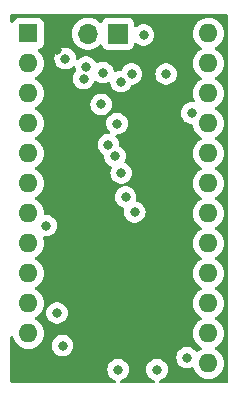
<source format=gbr>
%TF.GenerationSoftware,KiCad,Pcbnew,7.0.8-7.0.8~ubuntu23.04.1*%
%TF.CreationDate,2023-10-18T20:22:37+02:00*%
%TF.ProjectId,eprom_replacer2,6570726f-6d5f-4726-9570-6c6163657232,1.01*%
%TF.SameCoordinates,Original*%
%TF.FileFunction,Copper,L3,Inr*%
%TF.FilePolarity,Positive*%
%FSLAX46Y46*%
G04 Gerber Fmt 4.6, Leading zero omitted, Abs format (unit mm)*
G04 Created by KiCad (PCBNEW 7.0.8-7.0.8~ubuntu23.04.1) date 2023-10-18 20:22:37*
%MOMM*%
%LPD*%
G01*
G04 APERTURE LIST*
%TA.AperFunction,ComponentPad*%
%ADD10R,1.700000X1.700000*%
%TD*%
%TA.AperFunction,ComponentPad*%
%ADD11O,1.700000X1.700000*%
%TD*%
%TA.AperFunction,ComponentPad*%
%ADD12R,1.600000X1.600000*%
%TD*%
%TA.AperFunction,ComponentPad*%
%ADD13O,1.600000X1.600000*%
%TD*%
%TA.AperFunction,ViaPad*%
%ADD14C,0.800000*%
%TD*%
G04 APERTURE END LIST*
D10*
%TO.N,/~{WE}*%
%TO.C,J3*%
X108432600Y-79781400D03*
D11*
%TO.N,/PIN18*%
X105892600Y-79781400D03*
%TD*%
D12*
%TO.N,/A7*%
%TO.C,J2*%
X100838000Y-79756000D03*
D13*
%TO.N,/A6*%
X100838000Y-82296000D03*
%TO.N,/A5*%
X100838000Y-84836000D03*
%TO.N,/A4*%
X100838000Y-87376000D03*
%TO.N,/A3*%
X100838000Y-89916000D03*
%TO.N,/A2*%
X100838000Y-92456000D03*
%TO.N,/A1*%
X100838000Y-94996000D03*
%TO.N,/A0*%
X100838000Y-97536000D03*
%TO.N,/D0*%
X100838000Y-100076000D03*
%TO.N,/D1*%
X100838000Y-102616000D03*
%TO.N,/D2*%
X100838000Y-105156000D03*
%TO.N,GND*%
X100838000Y-107696000D03*
%TO.N,/D3*%
X116078000Y-107696000D03*
%TO.N,/D4*%
X116078000Y-105156000D03*
%TO.N,/D5*%
X116078000Y-102616000D03*
%TO.N,/D6*%
X116078000Y-100076000D03*
%TO.N,/D7*%
X116078000Y-97536000D03*
%TO.N,/PIN18*%
X116078000Y-94996000D03*
%TO.N,/PIN19*%
X116078000Y-92456000D03*
%TO.N,/PIN20*%
X116078000Y-89916000D03*
%TO.N,/PIN21*%
X116078000Y-87376000D03*
%TO.N,/A9*%
X116078000Y-84836000D03*
%TO.N,/A8*%
X116078000Y-82296000D03*
%TO.N,/A13*%
X116078000Y-79756000D03*
%TD*%
D14*
%TO.N,GND*%
X102975899Y-104669101D03*
X103225600Y-81187688D03*
X113922419Y-103286900D03*
%TO.N,/PIN18*%
X112496600Y-83210400D03*
%TO.N,/PIN19*%
X114657234Y-86510972D03*
%TO.N,/A9*%
X108170601Y-90158221D03*
X107162600Y-83081846D03*
%TO.N,/A8*%
X105719825Y-82613827D03*
X107611500Y-89184320D03*
%TO.N,+5V*%
X103950100Y-81893063D03*
X111729301Y-108229400D03*
X114274600Y-107213400D03*
X103733600Y-106197400D03*
X103256137Y-103445269D03*
X110591600Y-79908400D03*
%TO.N,/A10*%
X109840737Y-94883263D03*
X107006335Y-85770376D03*
X109575600Y-83210400D03*
%TO.N,/~{OE}*%
X109064680Y-93610122D03*
%TO.N,/~{WE}*%
X108336601Y-87401400D03*
%TO.N,/A12*%
X108432600Y-108229400D03*
%TO.N,/A11*%
X108691934Y-91587066D03*
X105511600Y-83591400D03*
X108684797Y-83843597D03*
%TO.N,/~{CE}*%
X102336600Y-96037400D03*
%TD*%
%TA.AperFunction,Conductor*%
%TO.N,GND*%
G36*
X117670621Y-78125502D02*
G01*
X117717114Y-78179158D01*
X117728500Y-78231500D01*
X117728500Y-109220500D01*
X117708498Y-109288621D01*
X117654842Y-109335114D01*
X117602500Y-109346500D01*
X112042213Y-109346500D01*
X111974092Y-109326498D01*
X111927599Y-109272842D01*
X111917495Y-109202568D01*
X111946989Y-109137988D01*
X112005382Y-109100460D01*
X112005309Y-109100235D01*
X112006166Y-109099956D01*
X112006715Y-109099604D01*
X112009129Y-109098993D01*
X112011584Y-109098196D01*
X112011588Y-109098194D01*
X112011589Y-109098194D01*
X112186053Y-109020518D01*
X112340554Y-108908266D01*
X112468341Y-108766344D01*
X112563828Y-108600956D01*
X112622843Y-108419328D01*
X112642805Y-108229400D01*
X112622843Y-108039472D01*
X112563828Y-107857844D01*
X112468341Y-107692456D01*
X112468339Y-107692454D01*
X112468335Y-107692448D01*
X112340556Y-107550535D01*
X112186053Y-107438282D01*
X112011589Y-107360606D01*
X111824788Y-107320900D01*
X111633814Y-107320900D01*
X111447012Y-107360606D01*
X111272548Y-107438282D01*
X111118045Y-107550535D01*
X110990266Y-107692448D01*
X110990259Y-107692458D01*
X110894777Y-107857838D01*
X110894774Y-107857845D01*
X110835758Y-108039472D01*
X110815797Y-108229400D01*
X110835758Y-108419327D01*
X110865827Y-108511870D01*
X110894774Y-108600956D01*
X110894777Y-108600961D01*
X110990259Y-108766341D01*
X110990266Y-108766351D01*
X111118045Y-108908264D01*
X111118048Y-108908266D01*
X111272549Y-109020518D01*
X111397622Y-109076203D01*
X111447017Y-109098196D01*
X111453293Y-109100235D01*
X111452519Y-109102614D01*
X111505063Y-109130985D01*
X111539382Y-109193136D01*
X111534651Y-109263975D01*
X111492373Y-109321011D01*
X111425971Y-109346135D01*
X111416389Y-109346500D01*
X108745512Y-109346500D01*
X108677391Y-109326498D01*
X108630898Y-109272842D01*
X108620794Y-109202568D01*
X108650288Y-109137988D01*
X108708681Y-109100460D01*
X108708608Y-109100235D01*
X108709465Y-109099956D01*
X108710014Y-109099604D01*
X108712428Y-109098993D01*
X108714883Y-109098196D01*
X108714887Y-109098194D01*
X108714888Y-109098194D01*
X108889352Y-109020518D01*
X109043853Y-108908266D01*
X109171640Y-108766344D01*
X109267127Y-108600956D01*
X109326142Y-108419328D01*
X109346104Y-108229400D01*
X109326142Y-108039472D01*
X109267127Y-107857844D01*
X109171640Y-107692456D01*
X109171638Y-107692454D01*
X109171634Y-107692448D01*
X109043855Y-107550535D01*
X108889352Y-107438282D01*
X108714888Y-107360606D01*
X108528087Y-107320900D01*
X108337113Y-107320900D01*
X108150311Y-107360606D01*
X107975847Y-107438282D01*
X107821344Y-107550535D01*
X107693565Y-107692448D01*
X107693558Y-107692458D01*
X107598076Y-107857838D01*
X107598073Y-107857845D01*
X107539057Y-108039472D01*
X107519096Y-108229400D01*
X107539057Y-108419327D01*
X107569126Y-108511870D01*
X107598073Y-108600956D01*
X107598076Y-108600961D01*
X107693558Y-108766341D01*
X107693565Y-108766351D01*
X107821344Y-108908264D01*
X107821347Y-108908266D01*
X107975848Y-109020518D01*
X108100921Y-109076203D01*
X108150316Y-109098196D01*
X108156592Y-109100235D01*
X108155818Y-109102614D01*
X108208362Y-109130985D01*
X108242681Y-109193136D01*
X108237950Y-109263975D01*
X108195672Y-109321011D01*
X108129270Y-109346135D01*
X108119688Y-109346500D01*
X99440500Y-109346500D01*
X99372379Y-109326498D01*
X99325886Y-109272842D01*
X99314500Y-109220500D01*
X99314500Y-107213400D01*
X113361096Y-107213400D01*
X113381057Y-107403327D01*
X113392415Y-107438282D01*
X113440073Y-107584956D01*
X113440076Y-107584961D01*
X113535558Y-107750341D01*
X113535565Y-107750351D01*
X113663344Y-107892264D01*
X113663347Y-107892266D01*
X113817848Y-108004518D01*
X113992312Y-108082194D01*
X114179113Y-108121900D01*
X114370087Y-108121900D01*
X114556888Y-108082194D01*
X114663279Y-108034825D01*
X114733645Y-108025392D01*
X114797942Y-108055498D01*
X114835756Y-108115587D01*
X114836233Y-108117319D01*
X114843714Y-108145237D01*
X114843717Y-108145246D01*
X114940477Y-108352749D01*
X114987095Y-108419327D01*
X115071802Y-108540300D01*
X115233700Y-108702198D01*
X115421251Y-108833523D01*
X115628757Y-108930284D01*
X115849913Y-108989543D01*
X116078000Y-109009498D01*
X116306087Y-108989543D01*
X116527243Y-108930284D01*
X116734749Y-108833523D01*
X116922300Y-108702198D01*
X117084198Y-108540300D01*
X117215523Y-108352749D01*
X117312284Y-108145243D01*
X117371543Y-107924087D01*
X117391498Y-107696000D01*
X117371543Y-107467913D01*
X117312284Y-107246757D01*
X117215523Y-107039251D01*
X117084198Y-106851700D01*
X116922300Y-106689802D01*
X116734749Y-106558477D01*
X116695543Y-106540195D01*
X116642258Y-106493279D01*
X116622796Y-106425002D01*
X116643337Y-106357042D01*
X116695543Y-106311805D01*
X116697997Y-106310660D01*
X116734749Y-106293523D01*
X116922300Y-106162198D01*
X117084198Y-106000300D01*
X117215523Y-105812749D01*
X117312284Y-105605243D01*
X117371543Y-105384087D01*
X117391498Y-105156000D01*
X117371543Y-104927913D01*
X117312284Y-104706757D01*
X117215523Y-104499251D01*
X117084198Y-104311700D01*
X116922300Y-104149802D01*
X116734749Y-104018477D01*
X116695543Y-104000195D01*
X116642258Y-103953279D01*
X116622796Y-103885002D01*
X116643337Y-103817042D01*
X116695543Y-103771805D01*
X116697997Y-103770660D01*
X116734749Y-103753523D01*
X116922300Y-103622198D01*
X117084198Y-103460300D01*
X117215523Y-103272749D01*
X117312284Y-103065243D01*
X117371543Y-102844087D01*
X117391498Y-102616000D01*
X117371543Y-102387913D01*
X117312284Y-102166757D01*
X117215523Y-101959251D01*
X117084198Y-101771700D01*
X116922300Y-101609802D01*
X116734749Y-101478477D01*
X116695543Y-101460195D01*
X116642258Y-101413279D01*
X116622796Y-101345002D01*
X116643337Y-101277042D01*
X116695543Y-101231805D01*
X116697997Y-101230660D01*
X116734749Y-101213523D01*
X116922300Y-101082198D01*
X117084198Y-100920300D01*
X117215523Y-100732749D01*
X117312284Y-100525243D01*
X117371543Y-100304087D01*
X117391498Y-100076000D01*
X117371543Y-99847913D01*
X117312284Y-99626757D01*
X117215523Y-99419251D01*
X117084198Y-99231700D01*
X116922300Y-99069802D01*
X116734749Y-98938477D01*
X116695543Y-98920195D01*
X116642258Y-98873279D01*
X116622796Y-98805002D01*
X116643337Y-98737042D01*
X116695543Y-98691805D01*
X116697997Y-98690660D01*
X116734749Y-98673523D01*
X116922300Y-98542198D01*
X117084198Y-98380300D01*
X117215523Y-98192749D01*
X117312284Y-97985243D01*
X117371543Y-97764087D01*
X117391498Y-97536000D01*
X117371543Y-97307913D01*
X117312284Y-97086757D01*
X117215523Y-96879251D01*
X117084198Y-96691700D01*
X116922300Y-96529802D01*
X116734749Y-96398477D01*
X116695543Y-96380195D01*
X116642258Y-96333279D01*
X116622796Y-96265002D01*
X116643337Y-96197042D01*
X116695543Y-96151805D01*
X116697997Y-96150660D01*
X116734749Y-96133523D01*
X116922300Y-96002198D01*
X117084198Y-95840300D01*
X117215523Y-95652749D01*
X117312284Y-95445243D01*
X117371543Y-95224087D01*
X117391498Y-94996000D01*
X117371543Y-94767913D01*
X117312284Y-94546757D01*
X117215523Y-94339251D01*
X117084198Y-94151700D01*
X116922300Y-93989802D01*
X116734749Y-93858477D01*
X116695543Y-93840195D01*
X116642258Y-93793279D01*
X116622796Y-93725002D01*
X116643337Y-93657042D01*
X116695543Y-93611805D01*
X116699152Y-93610122D01*
X116734749Y-93593523D01*
X116922300Y-93462198D01*
X117084198Y-93300300D01*
X117215523Y-93112749D01*
X117312284Y-92905243D01*
X117371543Y-92684087D01*
X117391498Y-92456000D01*
X117371543Y-92227913D01*
X117312284Y-92006757D01*
X117215523Y-91799251D01*
X117084198Y-91611700D01*
X116922300Y-91449802D01*
X116734749Y-91318477D01*
X116695543Y-91300195D01*
X116642258Y-91253279D01*
X116622796Y-91185002D01*
X116643337Y-91117042D01*
X116695543Y-91071805D01*
X116697997Y-91070660D01*
X116734749Y-91053523D01*
X116922300Y-90922198D01*
X117084198Y-90760300D01*
X117215523Y-90572749D01*
X117312284Y-90365243D01*
X117371543Y-90144087D01*
X117391498Y-89916000D01*
X117371543Y-89687913D01*
X117312284Y-89466757D01*
X117215523Y-89259251D01*
X117084198Y-89071700D01*
X116922300Y-88909802D01*
X116734749Y-88778477D01*
X116695543Y-88760195D01*
X116642258Y-88713279D01*
X116622796Y-88645002D01*
X116643337Y-88577042D01*
X116695543Y-88531805D01*
X116697997Y-88530660D01*
X116734749Y-88513523D01*
X116922300Y-88382198D01*
X117084198Y-88220300D01*
X117215523Y-88032749D01*
X117312284Y-87825243D01*
X117371543Y-87604087D01*
X117391498Y-87376000D01*
X117371543Y-87147913D01*
X117312284Y-86926757D01*
X117215523Y-86719251D01*
X117084198Y-86531700D01*
X116922300Y-86369802D01*
X116734749Y-86238477D01*
X116695543Y-86220195D01*
X116642258Y-86173279D01*
X116622796Y-86105002D01*
X116643337Y-86037042D01*
X116695543Y-85991805D01*
X116697997Y-85990660D01*
X116734749Y-85973523D01*
X116922300Y-85842198D01*
X117084198Y-85680300D01*
X117215523Y-85492749D01*
X117312284Y-85285243D01*
X117371543Y-85064087D01*
X117391498Y-84836000D01*
X117371543Y-84607913D01*
X117312284Y-84386757D01*
X117215523Y-84179251D01*
X117084198Y-83991700D01*
X116922300Y-83829802D01*
X116734749Y-83698477D01*
X116695543Y-83680195D01*
X116642258Y-83633279D01*
X116622796Y-83565002D01*
X116643337Y-83497042D01*
X116695543Y-83451805D01*
X116697997Y-83450660D01*
X116734749Y-83433523D01*
X116922300Y-83302198D01*
X117084198Y-83140300D01*
X117215523Y-82952749D01*
X117312284Y-82745243D01*
X117371543Y-82524087D01*
X117391498Y-82296000D01*
X117371543Y-82067913D01*
X117312284Y-81846757D01*
X117215523Y-81639251D01*
X117084198Y-81451700D01*
X116922300Y-81289802D01*
X116922291Y-81289796D01*
X116816086Y-81215430D01*
X116734749Y-81158477D01*
X116695543Y-81140195D01*
X116642258Y-81093279D01*
X116622796Y-81025002D01*
X116643337Y-80957042D01*
X116695543Y-80911805D01*
X116697997Y-80910660D01*
X116734749Y-80893523D01*
X116922300Y-80762198D01*
X117084198Y-80600300D01*
X117215523Y-80412749D01*
X117312284Y-80205243D01*
X117371543Y-79984087D01*
X117391498Y-79756000D01*
X117371543Y-79527913D01*
X117312284Y-79306757D01*
X117215523Y-79099251D01*
X117084198Y-78911700D01*
X116922300Y-78749802D01*
X116911617Y-78742322D01*
X116734749Y-78618477D01*
X116527246Y-78521717D01*
X116527240Y-78521715D01*
X116433771Y-78496670D01*
X116306087Y-78462457D01*
X116078000Y-78442502D01*
X115849913Y-78462457D01*
X115628759Y-78521715D01*
X115628753Y-78521717D01*
X115421250Y-78618477D01*
X115233703Y-78749799D01*
X115233697Y-78749804D01*
X115071804Y-78911697D01*
X115071799Y-78911703D01*
X114940477Y-79099250D01*
X114843717Y-79306753D01*
X114843715Y-79306759D01*
X114826382Y-79371448D01*
X114784457Y-79527913D01*
X114764502Y-79756000D01*
X114784457Y-79984087D01*
X114815068Y-80098327D01*
X114843715Y-80205240D01*
X114843717Y-80205246D01*
X114852470Y-80224016D01*
X114940477Y-80412749D01*
X115071802Y-80600300D01*
X115233700Y-80762198D01*
X115421251Y-80893523D01*
X115456359Y-80909894D01*
X115460457Y-80911805D01*
X115513742Y-80958722D01*
X115533203Y-81026999D01*
X115512661Y-81094959D01*
X115460457Y-81140195D01*
X115421250Y-81158477D01*
X115233703Y-81289799D01*
X115233697Y-81289804D01*
X115071804Y-81451697D01*
X115071799Y-81451703D01*
X114940477Y-81639250D01*
X114843717Y-81846753D01*
X114843715Y-81846759D01*
X114792021Y-82039684D01*
X114784457Y-82067913D01*
X114764502Y-82296000D01*
X114784457Y-82524087D01*
X114797276Y-82571927D01*
X114843715Y-82745240D01*
X114843717Y-82745246D01*
X114912111Y-82891918D01*
X114940477Y-82952749D01*
X115071802Y-83140300D01*
X115233700Y-83302198D01*
X115421251Y-83433523D01*
X115456359Y-83449894D01*
X115460457Y-83451805D01*
X115513742Y-83498722D01*
X115533203Y-83566999D01*
X115512661Y-83634959D01*
X115460457Y-83680195D01*
X115421250Y-83698477D01*
X115233703Y-83829799D01*
X115233697Y-83829804D01*
X115071804Y-83991697D01*
X115071799Y-83991703D01*
X114940477Y-84179250D01*
X114843717Y-84386753D01*
X114843715Y-84386759D01*
X114792021Y-84579684D01*
X114784457Y-84607913D01*
X114764502Y-84836000D01*
X114784457Y-85064087D01*
X114801433Y-85127441D01*
X114843715Y-85285240D01*
X114843717Y-85285246D01*
X114911125Y-85429803D01*
X114921786Y-85499995D01*
X114892806Y-85564808D01*
X114833386Y-85603664D01*
X114770735Y-85606300D01*
X114752724Y-85602472D01*
X114752721Y-85602472D01*
X114561747Y-85602472D01*
X114374945Y-85642178D01*
X114200481Y-85719854D01*
X114045978Y-85832107D01*
X113918199Y-85974020D01*
X113918192Y-85974030D01*
X113822710Y-86139410D01*
X113822707Y-86139416D01*
X113821888Y-86141937D01*
X113763691Y-86321044D01*
X113743730Y-86510972D01*
X113763691Y-86700899D01*
X113793760Y-86793442D01*
X113822707Y-86882528D01*
X113822710Y-86882533D01*
X113918192Y-87047913D01*
X113918199Y-87047923D01*
X114045978Y-87189836D01*
X114107233Y-87234340D01*
X114200482Y-87302090D01*
X114374946Y-87379766D01*
X114561747Y-87419472D01*
X114652848Y-87419472D01*
X114720969Y-87439474D01*
X114767462Y-87493130D01*
X114778367Y-87534484D01*
X114784457Y-87604087D01*
X114801433Y-87667441D01*
X114843715Y-87825240D01*
X114843717Y-87825246D01*
X114896459Y-87938351D01*
X114940477Y-88032749D01*
X115071802Y-88220300D01*
X115233700Y-88382198D01*
X115421251Y-88513523D01*
X115456359Y-88529894D01*
X115460457Y-88531805D01*
X115513742Y-88578722D01*
X115533203Y-88646999D01*
X115512661Y-88714959D01*
X115460457Y-88760195D01*
X115421250Y-88778477D01*
X115233703Y-88909799D01*
X115233697Y-88909804D01*
X115071804Y-89071697D01*
X115071799Y-89071703D01*
X114940477Y-89259250D01*
X114843717Y-89466753D01*
X114843715Y-89466759D01*
X114792021Y-89659684D01*
X114784457Y-89687913D01*
X114764502Y-89916000D01*
X114784457Y-90144087D01*
X114801433Y-90207441D01*
X114843715Y-90365240D01*
X114843717Y-90365246D01*
X114940477Y-90572749D01*
X115062901Y-90747589D01*
X115071802Y-90760300D01*
X115233700Y-90922198D01*
X115421251Y-91053523D01*
X115456359Y-91069894D01*
X115460457Y-91071805D01*
X115513742Y-91118722D01*
X115533203Y-91186999D01*
X115512661Y-91254959D01*
X115460457Y-91300195D01*
X115421250Y-91318477D01*
X115233703Y-91449799D01*
X115233697Y-91449804D01*
X115071804Y-91611697D01*
X115071799Y-91611703D01*
X114940477Y-91799250D01*
X114843717Y-92006753D01*
X114843715Y-92006759D01*
X114792021Y-92199684D01*
X114784457Y-92227913D01*
X114764502Y-92456000D01*
X114784457Y-92684087D01*
X114843716Y-92905243D01*
X114940477Y-93112749D01*
X115071802Y-93300300D01*
X115233700Y-93462198D01*
X115421251Y-93593523D01*
X115456359Y-93609894D01*
X115460457Y-93611805D01*
X115513742Y-93658722D01*
X115533203Y-93726999D01*
X115512661Y-93794959D01*
X115460457Y-93840195D01*
X115421250Y-93858477D01*
X115233703Y-93989799D01*
X115233697Y-93989804D01*
X115071804Y-94151697D01*
X115071799Y-94151703D01*
X114940477Y-94339250D01*
X114843717Y-94546753D01*
X114843715Y-94546759D01*
X114792021Y-94739684D01*
X114784457Y-94767913D01*
X114764502Y-94996000D01*
X114784457Y-95224087D01*
X114792692Y-95254819D01*
X114843715Y-95445240D01*
X114843717Y-95445246D01*
X114898220Y-95562129D01*
X114940477Y-95652749D01*
X115071802Y-95840300D01*
X115233700Y-96002198D01*
X115421251Y-96133523D01*
X115456359Y-96149894D01*
X115460457Y-96151805D01*
X115513742Y-96198722D01*
X115533203Y-96266999D01*
X115512661Y-96334959D01*
X115460457Y-96380195D01*
X115421250Y-96398477D01*
X115233703Y-96529799D01*
X115233697Y-96529804D01*
X115071804Y-96691697D01*
X115071799Y-96691703D01*
X114940477Y-96879250D01*
X114843717Y-97086753D01*
X114843715Y-97086759D01*
X114792021Y-97279684D01*
X114784457Y-97307913D01*
X114764502Y-97536000D01*
X114784457Y-97764087D01*
X114843716Y-97985243D01*
X114940477Y-98192749D01*
X115071802Y-98380300D01*
X115233700Y-98542198D01*
X115421251Y-98673523D01*
X115456359Y-98689894D01*
X115460457Y-98691805D01*
X115513742Y-98738722D01*
X115533203Y-98806999D01*
X115512661Y-98874959D01*
X115460457Y-98920195D01*
X115421250Y-98938477D01*
X115233703Y-99069799D01*
X115233697Y-99069804D01*
X115071804Y-99231697D01*
X115071799Y-99231703D01*
X114940477Y-99419250D01*
X114843717Y-99626753D01*
X114843715Y-99626759D01*
X114792021Y-99819684D01*
X114784457Y-99847913D01*
X114764502Y-100076000D01*
X114784457Y-100304087D01*
X114843716Y-100525243D01*
X114940477Y-100732749D01*
X115071802Y-100920300D01*
X115233700Y-101082198D01*
X115421251Y-101213523D01*
X115456359Y-101229894D01*
X115460457Y-101231805D01*
X115513742Y-101278722D01*
X115533203Y-101346999D01*
X115512661Y-101414959D01*
X115460457Y-101460195D01*
X115421250Y-101478477D01*
X115233703Y-101609799D01*
X115233697Y-101609804D01*
X115071804Y-101771697D01*
X115071799Y-101771703D01*
X114940477Y-101959250D01*
X114843717Y-102166753D01*
X114843715Y-102166759D01*
X114792021Y-102359684D01*
X114784457Y-102387913D01*
X114764502Y-102616000D01*
X114784457Y-102844087D01*
X114801433Y-102907441D01*
X114843715Y-103065240D01*
X114843717Y-103065246D01*
X114847666Y-103073714D01*
X114940477Y-103272749D01*
X115071802Y-103460300D01*
X115233700Y-103622198D01*
X115421251Y-103753523D01*
X115456359Y-103769894D01*
X115460457Y-103771805D01*
X115513742Y-103818722D01*
X115533203Y-103886999D01*
X115512661Y-103954959D01*
X115460457Y-104000195D01*
X115421250Y-104018477D01*
X115233703Y-104149799D01*
X115233697Y-104149804D01*
X115071804Y-104311697D01*
X115071799Y-104311703D01*
X114940477Y-104499250D01*
X114843717Y-104706753D01*
X114843715Y-104706759D01*
X114792021Y-104899684D01*
X114784457Y-104927913D01*
X114764502Y-105156000D01*
X114784457Y-105384087D01*
X114843716Y-105605243D01*
X114940477Y-105812749D01*
X115071802Y-106000300D01*
X115233700Y-106162198D01*
X115421251Y-106293523D01*
X115456359Y-106309894D01*
X115460457Y-106311805D01*
X115513742Y-106358722D01*
X115533203Y-106426999D01*
X115512661Y-106494959D01*
X115460457Y-106540195D01*
X115421250Y-106558477D01*
X115233699Y-106689801D01*
X115215181Y-106708319D01*
X115152868Y-106742343D01*
X115082053Y-106737277D01*
X115025218Y-106694729D01*
X115016969Y-106682222D01*
X115013640Y-106676456D01*
X115013639Y-106676455D01*
X115013638Y-106676453D01*
X114885855Y-106534535D01*
X114731352Y-106422282D01*
X114556888Y-106344606D01*
X114370087Y-106304900D01*
X114179113Y-106304900D01*
X113992311Y-106344606D01*
X113817847Y-106422282D01*
X113663344Y-106534535D01*
X113535565Y-106676448D01*
X113535558Y-106676458D01*
X113440076Y-106841838D01*
X113440073Y-106841845D01*
X113381057Y-107023472D01*
X113361096Y-107213400D01*
X99314500Y-107213400D01*
X99314500Y-105482939D01*
X99334502Y-105414818D01*
X99388158Y-105368325D01*
X99458432Y-105358221D01*
X99523012Y-105387715D01*
X99561396Y-105447441D01*
X99562192Y-105450277D01*
X99603716Y-105605243D01*
X99700477Y-105812749D01*
X99831802Y-106000300D01*
X99993700Y-106162198D01*
X100181251Y-106293523D01*
X100388757Y-106390284D01*
X100609913Y-106449543D01*
X100838000Y-106469498D01*
X101066087Y-106449543D01*
X101287243Y-106390284D01*
X101494749Y-106293523D01*
X101632026Y-106197400D01*
X102820096Y-106197400D01*
X102840057Y-106387327D01*
X102866757Y-106469498D01*
X102899073Y-106568956D01*
X102899076Y-106568961D01*
X102994558Y-106734341D01*
X102994565Y-106734351D01*
X103122344Y-106876264D01*
X103122347Y-106876266D01*
X103276848Y-106988518D01*
X103451312Y-107066194D01*
X103638113Y-107105900D01*
X103829087Y-107105900D01*
X104015888Y-107066194D01*
X104190352Y-106988518D01*
X104344853Y-106876266D01*
X104366970Y-106851703D01*
X104472634Y-106734351D01*
X104472635Y-106734349D01*
X104472640Y-106734344D01*
X104568127Y-106568956D01*
X104627142Y-106387328D01*
X104647104Y-106197400D01*
X104627142Y-106007472D01*
X104568127Y-105825844D01*
X104472640Y-105660456D01*
X104472638Y-105660454D01*
X104472634Y-105660448D01*
X104344855Y-105518535D01*
X104190352Y-105406282D01*
X104015888Y-105328606D01*
X103829087Y-105288900D01*
X103638113Y-105288900D01*
X103451311Y-105328606D01*
X103276847Y-105406282D01*
X103122344Y-105518535D01*
X102994565Y-105660448D01*
X102994558Y-105660458D01*
X102899076Y-105825838D01*
X102899073Y-105825845D01*
X102840057Y-106007472D01*
X102820096Y-106197400D01*
X101632026Y-106197400D01*
X101682300Y-106162198D01*
X101844198Y-106000300D01*
X101975523Y-105812749D01*
X102072284Y-105605243D01*
X102131543Y-105384087D01*
X102151498Y-105156000D01*
X102131543Y-104927913D01*
X102072284Y-104706757D01*
X101975523Y-104499251D01*
X101844198Y-104311700D01*
X101682300Y-104149802D01*
X101494749Y-104018477D01*
X101455543Y-104000195D01*
X101402258Y-103953279D01*
X101382796Y-103885002D01*
X101403337Y-103817042D01*
X101455543Y-103771805D01*
X101457997Y-103770660D01*
X101494749Y-103753523D01*
X101682300Y-103622198D01*
X101844198Y-103460300D01*
X101854723Y-103445269D01*
X102342633Y-103445269D01*
X102362594Y-103635196D01*
X102392663Y-103727739D01*
X102421610Y-103816825D01*
X102421613Y-103816830D01*
X102517095Y-103982210D01*
X102517102Y-103982220D01*
X102644881Y-104124133D01*
X102644884Y-104124135D01*
X102799385Y-104236387D01*
X102973849Y-104314063D01*
X103160650Y-104353769D01*
X103351624Y-104353769D01*
X103538425Y-104314063D01*
X103712889Y-104236387D01*
X103867390Y-104124135D01*
X103995177Y-103982213D01*
X104090664Y-103816825D01*
X104149679Y-103635197D01*
X104169641Y-103445269D01*
X104149679Y-103255341D01*
X104090664Y-103073713D01*
X103995177Y-102908325D01*
X103995175Y-102908323D01*
X103995171Y-102908317D01*
X103867392Y-102766404D01*
X103712889Y-102654151D01*
X103538425Y-102576475D01*
X103351624Y-102536769D01*
X103160650Y-102536769D01*
X102973848Y-102576475D01*
X102799384Y-102654151D01*
X102644881Y-102766404D01*
X102517102Y-102908317D01*
X102517095Y-102908327D01*
X102421613Y-103073707D01*
X102421610Y-103073714D01*
X102362594Y-103255341D01*
X102342633Y-103445269D01*
X101854723Y-103445269D01*
X101975523Y-103272749D01*
X102072284Y-103065243D01*
X102131543Y-102844087D01*
X102151498Y-102616000D01*
X102131543Y-102387913D01*
X102072284Y-102166757D01*
X101975523Y-101959251D01*
X101844198Y-101771700D01*
X101682300Y-101609802D01*
X101494749Y-101478477D01*
X101455543Y-101460195D01*
X101402258Y-101413279D01*
X101382796Y-101345002D01*
X101403337Y-101277042D01*
X101455543Y-101231805D01*
X101457997Y-101230660D01*
X101494749Y-101213523D01*
X101682300Y-101082198D01*
X101844198Y-100920300D01*
X101975523Y-100732749D01*
X102072284Y-100525243D01*
X102131543Y-100304087D01*
X102151498Y-100076000D01*
X102131543Y-99847913D01*
X102072284Y-99626757D01*
X101975523Y-99419251D01*
X101844198Y-99231700D01*
X101682300Y-99069802D01*
X101494749Y-98938477D01*
X101455543Y-98920195D01*
X101402258Y-98873279D01*
X101382796Y-98805002D01*
X101403337Y-98737042D01*
X101455543Y-98691805D01*
X101457997Y-98690660D01*
X101494749Y-98673523D01*
X101682300Y-98542198D01*
X101844198Y-98380300D01*
X101975523Y-98192749D01*
X102072284Y-97985243D01*
X102131543Y-97764087D01*
X102151498Y-97536000D01*
X102131543Y-97307913D01*
X102075282Y-97097945D01*
X102076972Y-97026971D01*
X102116766Y-96968175D01*
X102182030Y-96940227D01*
X102223188Y-96942089D01*
X102229478Y-96943426D01*
X102241112Y-96945900D01*
X102241113Y-96945900D01*
X102432087Y-96945900D01*
X102618888Y-96906194D01*
X102793352Y-96828518D01*
X102947853Y-96716266D01*
X102969970Y-96691703D01*
X103075634Y-96574351D01*
X103075635Y-96574349D01*
X103075640Y-96574344D01*
X103171127Y-96408956D01*
X103230142Y-96227328D01*
X103250104Y-96037400D01*
X103230142Y-95847472D01*
X103171127Y-95665844D01*
X103075640Y-95500456D01*
X103075638Y-95500454D01*
X103075634Y-95500448D01*
X102947855Y-95358535D01*
X102793352Y-95246282D01*
X102618888Y-95168606D01*
X102432087Y-95128900D01*
X102277376Y-95128900D01*
X102209255Y-95108898D01*
X102162762Y-95055242D01*
X102153500Y-95001502D01*
X102151498Y-95001502D01*
X102151498Y-94996006D01*
X102151497Y-94996002D01*
X102151498Y-94996000D01*
X102131543Y-94767913D01*
X102072284Y-94546757D01*
X101975523Y-94339251D01*
X101844198Y-94151700D01*
X101682300Y-93989802D01*
X101494749Y-93858477D01*
X101455543Y-93840195D01*
X101402258Y-93793279D01*
X101382796Y-93725002D01*
X101403337Y-93657042D01*
X101455543Y-93611805D01*
X101459152Y-93610122D01*
X101494749Y-93593523D01*
X101682300Y-93462198D01*
X101844198Y-93300300D01*
X101975523Y-93112749D01*
X102072284Y-92905243D01*
X102131543Y-92684087D01*
X102151498Y-92456000D01*
X102131543Y-92227913D01*
X102072284Y-92006757D01*
X101975523Y-91799251D01*
X101844198Y-91611700D01*
X101682300Y-91449802D01*
X101494749Y-91318477D01*
X101455543Y-91300195D01*
X101402258Y-91253279D01*
X101382796Y-91185002D01*
X101403337Y-91117042D01*
X101455543Y-91071805D01*
X101457997Y-91070660D01*
X101494749Y-91053523D01*
X101682300Y-90922198D01*
X101844198Y-90760300D01*
X101975523Y-90572749D01*
X102072284Y-90365243D01*
X102131543Y-90144087D01*
X102151498Y-89916000D01*
X102131543Y-89687913D01*
X102072284Y-89466757D01*
X101975523Y-89259251D01*
X101923056Y-89184320D01*
X106697996Y-89184320D01*
X106717957Y-89374247D01*
X106748015Y-89466753D01*
X106776973Y-89555876D01*
X106776976Y-89555881D01*
X106872458Y-89721261D01*
X106872465Y-89721271D01*
X107000244Y-89863184D01*
X107000247Y-89863186D01*
X107154748Y-89975438D01*
X107187242Y-89989905D01*
X107241338Y-90035885D01*
X107261988Y-90103812D01*
X107261304Y-90118179D01*
X107257097Y-90158218D01*
X107257097Y-90158220D01*
X107277058Y-90348148D01*
X107282612Y-90365240D01*
X107336074Y-90529777D01*
X107336076Y-90529780D01*
X107336077Y-90529782D01*
X107431559Y-90695162D01*
X107431566Y-90695172D01*
X107559345Y-90837085D01*
X107559348Y-90837087D01*
X107713849Y-90949339D01*
X107812349Y-90993193D01*
X107822461Y-90997696D01*
X107876557Y-91043676D01*
X107897206Y-91111604D01*
X107880332Y-91175802D01*
X107857408Y-91215506D01*
X107857407Y-91215511D01*
X107798391Y-91397138D01*
X107778430Y-91587066D01*
X107798391Y-91776993D01*
X107828460Y-91869536D01*
X107857407Y-91958622D01*
X107857410Y-91958627D01*
X107952892Y-92124007D01*
X107952899Y-92124017D01*
X108080678Y-92265930D01*
X108080681Y-92265932D01*
X108235182Y-92378184D01*
X108409646Y-92455860D01*
X108596447Y-92495566D01*
X108743236Y-92495566D01*
X108811357Y-92515568D01*
X108857850Y-92569224D01*
X108867954Y-92639498D01*
X108838460Y-92704078D01*
X108787947Y-92737569D01*
X108788425Y-92738642D01*
X108607927Y-92819004D01*
X108453424Y-92931257D01*
X108325645Y-93073170D01*
X108325638Y-93073180D01*
X108230156Y-93238560D01*
X108230153Y-93238567D01*
X108171137Y-93420194D01*
X108151176Y-93610122D01*
X108171137Y-93800049D01*
X108182415Y-93834758D01*
X108230153Y-93981678D01*
X108230156Y-93981683D01*
X108325638Y-94147063D01*
X108325645Y-94147073D01*
X108453424Y-94288986D01*
X108453427Y-94288988D01*
X108607928Y-94401240D01*
X108782392Y-94478916D01*
X108864837Y-94496440D01*
X108927310Y-94530168D01*
X108961632Y-94592318D01*
X108958473Y-94658623D01*
X108947194Y-94693333D01*
X108927233Y-94883263D01*
X108947194Y-95073190D01*
X108958797Y-95108898D01*
X109006210Y-95254819D01*
X109006213Y-95254824D01*
X109101695Y-95420204D01*
X109101702Y-95420214D01*
X109229481Y-95562127D01*
X109229484Y-95562129D01*
X109383985Y-95674381D01*
X109558449Y-95752057D01*
X109745250Y-95791763D01*
X109936224Y-95791763D01*
X110123025Y-95752057D01*
X110297489Y-95674381D01*
X110451990Y-95562129D01*
X110579777Y-95420207D01*
X110675264Y-95254819D01*
X110734279Y-95073191D01*
X110754241Y-94883263D01*
X110734279Y-94693335D01*
X110675264Y-94511707D01*
X110579777Y-94346319D01*
X110579775Y-94346317D01*
X110579771Y-94346311D01*
X110451992Y-94204398D01*
X110297489Y-94092145D01*
X110123021Y-94014467D01*
X110040578Y-93996943D01*
X109978105Y-93963215D01*
X109943784Y-93901065D01*
X109946943Y-93834760D01*
X109958222Y-93800050D01*
X109978184Y-93610122D01*
X109958222Y-93420194D01*
X109899207Y-93238566D01*
X109803720Y-93073178D01*
X109803718Y-93073176D01*
X109803714Y-93073170D01*
X109675935Y-92931257D01*
X109521432Y-92819004D01*
X109346968Y-92741328D01*
X109160167Y-92701622D01*
X109013378Y-92701622D01*
X108945257Y-92681620D01*
X108898764Y-92627964D01*
X108888660Y-92557690D01*
X108918154Y-92493110D01*
X108968666Y-92459618D01*
X108968189Y-92458546D01*
X108974224Y-92455859D01*
X109148686Y-92378184D01*
X109303187Y-92265932D01*
X109303189Y-92265930D01*
X109430968Y-92124017D01*
X109430969Y-92124015D01*
X109430974Y-92124010D01*
X109526461Y-91958622D01*
X109585476Y-91776994D01*
X109605438Y-91587066D01*
X109585476Y-91397138D01*
X109526461Y-91215510D01*
X109430974Y-91050122D01*
X109430972Y-91050120D01*
X109430968Y-91050114D01*
X109303189Y-90908201D01*
X109243844Y-90865085D01*
X109148686Y-90795948D01*
X109148682Y-90795946D01*
X109148679Y-90795944D01*
X109040073Y-90747589D01*
X108985977Y-90701609D01*
X108965328Y-90633682D01*
X108982203Y-90569483D01*
X109005128Y-90529777D01*
X109064143Y-90348149D01*
X109084105Y-90158221D01*
X109064143Y-89968293D01*
X109005128Y-89786665D01*
X108909641Y-89621277D01*
X108909639Y-89621275D01*
X108909635Y-89621269D01*
X108781856Y-89479356D01*
X108722511Y-89436240D01*
X108627353Y-89367103D01*
X108627349Y-89367101D01*
X108627346Y-89367099D01*
X108594855Y-89352633D01*
X108540760Y-89306653D01*
X108520111Y-89238726D01*
X108520793Y-89224376D01*
X108525004Y-89184320D01*
X108505042Y-88994392D01*
X108446027Y-88812764D01*
X108350540Y-88647376D01*
X108350538Y-88647374D01*
X108350534Y-88647368D01*
X108236040Y-88520210D01*
X108205322Y-88456203D01*
X108214087Y-88385749D01*
X108259550Y-88331218D01*
X108327277Y-88309923D01*
X108329676Y-88309900D01*
X108432088Y-88309900D01*
X108618889Y-88270194D01*
X108793353Y-88192518D01*
X108947854Y-88080266D01*
X108947856Y-88080264D01*
X109075635Y-87938351D01*
X109075636Y-87938349D01*
X109075641Y-87938344D01*
X109171128Y-87772956D01*
X109230143Y-87591328D01*
X109250105Y-87401400D01*
X109230143Y-87211472D01*
X109171128Y-87029844D01*
X109075641Y-86864456D01*
X109075639Y-86864454D01*
X109075635Y-86864448D01*
X108947856Y-86722535D01*
X108793353Y-86610282D01*
X108618889Y-86532606D01*
X108432088Y-86492900D01*
X108241114Y-86492900D01*
X108054312Y-86532606D01*
X107879848Y-86610282D01*
X107725345Y-86722535D01*
X107597566Y-86864448D01*
X107597559Y-86864458D01*
X107502077Y-87029838D01*
X107502074Y-87029845D01*
X107443058Y-87211472D01*
X107423097Y-87401400D01*
X107443058Y-87591327D01*
X107457190Y-87634818D01*
X107502074Y-87772956D01*
X107502077Y-87772961D01*
X107597559Y-87938341D01*
X107597566Y-87938351D01*
X107712061Y-88065510D01*
X107742779Y-88129517D01*
X107734014Y-88199971D01*
X107688551Y-88254502D01*
X107620824Y-88275797D01*
X107618425Y-88275820D01*
X107516013Y-88275820D01*
X107329211Y-88315526D01*
X107154747Y-88393202D01*
X107000244Y-88505455D01*
X106872465Y-88647368D01*
X106872458Y-88647378D01*
X106776976Y-88812758D01*
X106776973Y-88812765D01*
X106717957Y-88994392D01*
X106697996Y-89184320D01*
X101923056Y-89184320D01*
X101844198Y-89071700D01*
X101682300Y-88909802D01*
X101494749Y-88778477D01*
X101455543Y-88760195D01*
X101402258Y-88713279D01*
X101382796Y-88645002D01*
X101403337Y-88577042D01*
X101455543Y-88531805D01*
X101457997Y-88530660D01*
X101494749Y-88513523D01*
X101682300Y-88382198D01*
X101844198Y-88220300D01*
X101975523Y-88032749D01*
X102072284Y-87825243D01*
X102131543Y-87604087D01*
X102151498Y-87376000D01*
X102131543Y-87147913D01*
X102072284Y-86926757D01*
X101975523Y-86719251D01*
X101844198Y-86531700D01*
X101682300Y-86369802D01*
X101494749Y-86238477D01*
X101455543Y-86220195D01*
X101402258Y-86173279D01*
X101382796Y-86105002D01*
X101403337Y-86037042D01*
X101455543Y-85991805D01*
X101457997Y-85990660D01*
X101494749Y-85973523D01*
X101682300Y-85842198D01*
X101754122Y-85770376D01*
X106092831Y-85770376D01*
X106112792Y-85960303D01*
X106123028Y-85991805D01*
X106171808Y-86141932D01*
X106171811Y-86141937D01*
X106267293Y-86307317D01*
X106267300Y-86307327D01*
X106395079Y-86449240D01*
X106395082Y-86449242D01*
X106549583Y-86561494D01*
X106724047Y-86639170D01*
X106910848Y-86678876D01*
X107101822Y-86678876D01*
X107288623Y-86639170D01*
X107463087Y-86561494D01*
X107617588Y-86449242D01*
X107745375Y-86307320D01*
X107840862Y-86141932D01*
X107899877Y-85960304D01*
X107919839Y-85770376D01*
X107899877Y-85580448D01*
X107840862Y-85398820D01*
X107745375Y-85233432D01*
X107745373Y-85233430D01*
X107745369Y-85233424D01*
X107617590Y-85091511D01*
X107463087Y-84979258D01*
X107288623Y-84901582D01*
X107101822Y-84861876D01*
X106910848Y-84861876D01*
X106724046Y-84901582D01*
X106549582Y-84979258D01*
X106395079Y-85091511D01*
X106267300Y-85233424D01*
X106267293Y-85233434D01*
X106171811Y-85398814D01*
X106171808Y-85398821D01*
X106112792Y-85580448D01*
X106092831Y-85770376D01*
X101754122Y-85770376D01*
X101844198Y-85680300D01*
X101975523Y-85492749D01*
X102072284Y-85285243D01*
X102131543Y-85064087D01*
X102151498Y-84836000D01*
X102131543Y-84607913D01*
X102072284Y-84386757D01*
X101975523Y-84179251D01*
X101844198Y-83991700D01*
X101682300Y-83829802D01*
X101494749Y-83698477D01*
X101455543Y-83680195D01*
X101402258Y-83633279D01*
X101382796Y-83565002D01*
X101403337Y-83497042D01*
X101455543Y-83451805D01*
X101457997Y-83450660D01*
X101494749Y-83433523D01*
X101682300Y-83302198D01*
X101844198Y-83140300D01*
X101975523Y-82952749D01*
X102072284Y-82745243D01*
X102131543Y-82524087D01*
X102151498Y-82296000D01*
X102131543Y-82067913D01*
X102084692Y-81893063D01*
X103036596Y-81893063D01*
X103056557Y-82082990D01*
X103059912Y-82093315D01*
X103115573Y-82264619D01*
X103137097Y-82301900D01*
X103211058Y-82430004D01*
X103211065Y-82430014D01*
X103338844Y-82571927D01*
X103338847Y-82571929D01*
X103493348Y-82684181D01*
X103667812Y-82761857D01*
X103854613Y-82801563D01*
X104045587Y-82801563D01*
X104232388Y-82761857D01*
X104406852Y-82684181D01*
X104561353Y-82571929D01*
X104587407Y-82542992D01*
X104647850Y-82505754D01*
X104718834Y-82507104D01*
X104777819Y-82546616D01*
X104806079Y-82611746D01*
X104806353Y-82614133D01*
X104826282Y-82803754D01*
X104849415Y-82874947D01*
X104851443Y-82945915D01*
X104823218Y-82998193D01*
X104803159Y-83020472D01*
X104772562Y-83054453D01*
X104772558Y-83054458D01*
X104677076Y-83219838D01*
X104677073Y-83219845D01*
X104618057Y-83401472D01*
X104598096Y-83591400D01*
X104618057Y-83781327D01*
X104638307Y-83843648D01*
X104677073Y-83962956D01*
X104677076Y-83962961D01*
X104772558Y-84128341D01*
X104772565Y-84128351D01*
X104900344Y-84270264D01*
X104900347Y-84270266D01*
X105054848Y-84382518D01*
X105229312Y-84460194D01*
X105416113Y-84499900D01*
X105607087Y-84499900D01*
X105793888Y-84460194D01*
X105968352Y-84382518D01*
X106122853Y-84270266D01*
X106122855Y-84270264D01*
X106250634Y-84128351D01*
X106250635Y-84128349D01*
X106250640Y-84128344D01*
X106346127Y-83962956D01*
X106384893Y-83843645D01*
X106424965Y-83785042D01*
X106490362Y-83757405D01*
X106560319Y-83769512D01*
X106578786Y-83780648D01*
X106705848Y-83872964D01*
X106880312Y-83950640D01*
X107067113Y-83990346D01*
X107258087Y-83990346D01*
X107444888Y-83950640D01*
X107444888Y-83950639D01*
X107444892Y-83950639D01*
X107562590Y-83898236D01*
X107609018Y-83877564D01*
X107679384Y-83868130D01*
X107743681Y-83898236D01*
X107781494Y-83958325D01*
X107785576Y-83979499D01*
X107791254Y-84033524D01*
X107806094Y-84079194D01*
X107850270Y-84215153D01*
X107850272Y-84215156D01*
X107850273Y-84215158D01*
X107945755Y-84380538D01*
X107945762Y-84380548D01*
X108073541Y-84522461D01*
X108073544Y-84522463D01*
X108228045Y-84634715D01*
X108402509Y-84712391D01*
X108589310Y-84752097D01*
X108780284Y-84752097D01*
X108967085Y-84712391D01*
X109141549Y-84634715D01*
X109296050Y-84522463D01*
X109352118Y-84460193D01*
X109423831Y-84380548D01*
X109423832Y-84380546D01*
X109423837Y-84380541D01*
X109519324Y-84215153D01*
X109522311Y-84205959D01*
X109562386Y-84147356D01*
X109627784Y-84119721D01*
X109642143Y-84118900D01*
X109671087Y-84118900D01*
X109857888Y-84079194D01*
X110032352Y-84001518D01*
X110186853Y-83889266D01*
X110197389Y-83877565D01*
X110314634Y-83747351D01*
X110314635Y-83747349D01*
X110314640Y-83747344D01*
X110410127Y-83581956D01*
X110469142Y-83400328D01*
X110489104Y-83210400D01*
X111583096Y-83210400D01*
X111603057Y-83400327D01*
X111619784Y-83451805D01*
X111662073Y-83581956D01*
X111682210Y-83616834D01*
X111757558Y-83747341D01*
X111757565Y-83747351D01*
X111885344Y-83889264D01*
X111885347Y-83889266D01*
X112039848Y-84001518D01*
X112214312Y-84079194D01*
X112401113Y-84118900D01*
X112592087Y-84118900D01*
X112778888Y-84079194D01*
X112953352Y-84001518D01*
X113107853Y-83889266D01*
X113118389Y-83877565D01*
X113235634Y-83747351D01*
X113235635Y-83747349D01*
X113235640Y-83747344D01*
X113331127Y-83581956D01*
X113390142Y-83400328D01*
X113410104Y-83210400D01*
X113390142Y-83020472D01*
X113331127Y-82838844D01*
X113235640Y-82673456D01*
X113235638Y-82673454D01*
X113235634Y-82673448D01*
X113107855Y-82531535D01*
X112953352Y-82419282D01*
X112778888Y-82341606D01*
X112592087Y-82301900D01*
X112401113Y-82301900D01*
X112214311Y-82341606D01*
X112039847Y-82419282D01*
X111885344Y-82531535D01*
X111757565Y-82673448D01*
X111757558Y-82673458D01*
X111662076Y-82838838D01*
X111662073Y-82838845D01*
X111603057Y-83020472D01*
X111583096Y-83210400D01*
X110489104Y-83210400D01*
X110469142Y-83020472D01*
X110410127Y-82838844D01*
X110314640Y-82673456D01*
X110314638Y-82673454D01*
X110314634Y-82673448D01*
X110186855Y-82531535D01*
X110032352Y-82419282D01*
X109857888Y-82341606D01*
X109671087Y-82301900D01*
X109480113Y-82301900D01*
X109293311Y-82341606D01*
X109118847Y-82419282D01*
X108964344Y-82531535D01*
X108836565Y-82673448D01*
X108836558Y-82673458D01*
X108741074Y-82838840D01*
X108738086Y-82848037D01*
X108698011Y-82906641D01*
X108632613Y-82934276D01*
X108618254Y-82935097D01*
X108589310Y-82935097D01*
X108402508Y-82974803D01*
X108238379Y-83047878D01*
X108168012Y-83057312D01*
X108103715Y-83027205D01*
X108065901Y-82967117D01*
X108061820Y-82945941D01*
X108056142Y-82891918D01*
X108038897Y-82838844D01*
X107997127Y-82710290D01*
X107901640Y-82544902D01*
X107901638Y-82544900D01*
X107901634Y-82544894D01*
X107773855Y-82402981D01*
X107619352Y-82290728D01*
X107444888Y-82213052D01*
X107258087Y-82173346D01*
X107067113Y-82173346D01*
X106880309Y-82213052D01*
X106711228Y-82288332D01*
X106640861Y-82297766D01*
X106576564Y-82267659D01*
X106550861Y-82236225D01*
X106458866Y-82076885D01*
X106458859Y-82076875D01*
X106331080Y-81934962D01*
X106176577Y-81822709D01*
X106002113Y-81745033D01*
X105815312Y-81705327D01*
X105624338Y-81705327D01*
X105437536Y-81745033D01*
X105263072Y-81822709D01*
X105108568Y-81934963D01*
X105082516Y-81963897D01*
X105022070Y-82001136D01*
X104951086Y-81999784D01*
X104892102Y-81960270D01*
X104863845Y-81895139D01*
X104863579Y-81892830D01*
X104843642Y-81703135D01*
X104784627Y-81521507D01*
X104689140Y-81356119D01*
X104689138Y-81356117D01*
X104689134Y-81356111D01*
X104561355Y-81214198D01*
X104406852Y-81101945D01*
X104232388Y-81024269D01*
X104045587Y-80984563D01*
X103854613Y-80984563D01*
X103667811Y-81024269D01*
X103493347Y-81101945D01*
X103338844Y-81214198D01*
X103211065Y-81356111D01*
X103211058Y-81356121D01*
X103115576Y-81521501D01*
X103115573Y-81521508D01*
X103056557Y-81703135D01*
X103036596Y-81893063D01*
X102084692Y-81893063D01*
X102072284Y-81846757D01*
X101975523Y-81639251D01*
X101844198Y-81451700D01*
X101682300Y-81289802D01*
X101682295Y-81289799D01*
X101682292Y-81289796D01*
X101678995Y-81287487D01*
X101634669Y-81232028D01*
X101627363Y-81161409D01*
X101659396Y-81098049D01*
X101720599Y-81062067D01*
X101737801Y-81058999D01*
X101747201Y-81057989D01*
X101884204Y-81006889D01*
X101948548Y-80958722D01*
X102001261Y-80919261D01*
X102088887Y-80802207D01*
X102088887Y-80802206D01*
X102088889Y-80802204D01*
X102139989Y-80665201D01*
X102142166Y-80644959D01*
X102146499Y-80604649D01*
X102146500Y-80604632D01*
X102146500Y-79781400D01*
X104529444Y-79781400D01*
X104546239Y-79984087D01*
X104548037Y-80005775D01*
X104603302Y-80224012D01*
X104603303Y-80224013D01*
X104603304Y-80224016D01*
X104627844Y-80279961D01*
X104693741Y-80430193D01*
X104816875Y-80618665D01*
X104816879Y-80618670D01*
X104969362Y-80784308D01*
X104992355Y-80802204D01*
X105147024Y-80922589D01*
X105345026Y-81029742D01*
X105345027Y-81029742D01*
X105345028Y-81029743D01*
X105446273Y-81064500D01*
X105557965Y-81102844D01*
X105780031Y-81139900D01*
X105780035Y-81139900D01*
X106005165Y-81139900D01*
X106005169Y-81139900D01*
X106227235Y-81102844D01*
X106440174Y-81029742D01*
X106638176Y-80922589D01*
X106815840Y-80784306D01*
X106876845Y-80718037D01*
X106937696Y-80681467D01*
X107008661Y-80683600D01*
X107067206Y-80723762D01*
X107087600Y-80759341D01*
X107131711Y-80877604D01*
X107131712Y-80877607D01*
X107219338Y-80994661D01*
X107336392Y-81082287D01*
X107336394Y-81082288D01*
X107336396Y-81082289D01*
X107378650Y-81098049D01*
X107473395Y-81133388D01*
X107473403Y-81133390D01*
X107533950Y-81139899D01*
X107533955Y-81139899D01*
X107533962Y-81139900D01*
X107533968Y-81139900D01*
X109331232Y-81139900D01*
X109331238Y-81139900D01*
X109331245Y-81139899D01*
X109331249Y-81139899D01*
X109391796Y-81133390D01*
X109391799Y-81133389D01*
X109391801Y-81133389D01*
X109528804Y-81082289D01*
X109552568Y-81064500D01*
X109645861Y-80994661D01*
X109733487Y-80877607D01*
X109733487Y-80877606D01*
X109733489Y-80877604D01*
X109784589Y-80740601D01*
X109786400Y-80723762D01*
X109790798Y-80682848D01*
X109817966Y-80617255D01*
X109876284Y-80576763D01*
X109947235Y-80574228D01*
X109990137Y-80594379D01*
X110021623Y-80617255D01*
X110134848Y-80699518D01*
X110309312Y-80777194D01*
X110496113Y-80816900D01*
X110687087Y-80816900D01*
X110873888Y-80777194D01*
X111048352Y-80699518D01*
X111202853Y-80587266D01*
X111212310Y-80576763D01*
X111330634Y-80445351D01*
X111330635Y-80445349D01*
X111330640Y-80445344D01*
X111426127Y-80279956D01*
X111485142Y-80098328D01*
X111505104Y-79908400D01*
X111485142Y-79718472D01*
X111426127Y-79536844D01*
X111330640Y-79371456D01*
X111330638Y-79371454D01*
X111330634Y-79371448D01*
X111202855Y-79229535D01*
X111048352Y-79117282D01*
X110873888Y-79039606D01*
X110687087Y-78999900D01*
X110496113Y-78999900D01*
X110309311Y-79039606D01*
X110134847Y-79117282D01*
X109991161Y-79221676D01*
X109924293Y-79245535D01*
X109855141Y-79229454D01*
X109805661Y-79178540D01*
X109791100Y-79119740D01*
X109791100Y-78882767D01*
X109791099Y-78882750D01*
X109784590Y-78822203D01*
X109784588Y-78822195D01*
X109733489Y-78685197D01*
X109733487Y-78685192D01*
X109645861Y-78568138D01*
X109528807Y-78480512D01*
X109528802Y-78480510D01*
X109391804Y-78429411D01*
X109391796Y-78429409D01*
X109331249Y-78422900D01*
X109331238Y-78422900D01*
X107533962Y-78422900D01*
X107533950Y-78422900D01*
X107473403Y-78429409D01*
X107473395Y-78429411D01*
X107336397Y-78480510D01*
X107336392Y-78480512D01*
X107219338Y-78568138D01*
X107131712Y-78685192D01*
X107131711Y-78685195D01*
X107087600Y-78803458D01*
X107045053Y-78860293D01*
X106978532Y-78885103D01*
X106909158Y-78870011D01*
X106876846Y-78844763D01*
X106815840Y-78778494D01*
X106815839Y-78778493D01*
X106815837Y-78778491D01*
X106727578Y-78709796D01*
X106638176Y-78640211D01*
X106440174Y-78533058D01*
X106440172Y-78533057D01*
X106440171Y-78533056D01*
X106227239Y-78459957D01*
X106227230Y-78459955D01*
X106183076Y-78452587D01*
X106005169Y-78422900D01*
X105780031Y-78422900D01*
X105632610Y-78447500D01*
X105557969Y-78459955D01*
X105557960Y-78459957D01*
X105345028Y-78533056D01*
X105345026Y-78533058D01*
X105147026Y-78640210D01*
X105147024Y-78640211D01*
X104969362Y-78778491D01*
X104816879Y-78944129D01*
X104816875Y-78944134D01*
X104693741Y-79132606D01*
X104603303Y-79338786D01*
X104603302Y-79338787D01*
X104548037Y-79557024D01*
X104548036Y-79557030D01*
X104548036Y-79557032D01*
X104529444Y-79781400D01*
X102146500Y-79781400D01*
X102146500Y-78907367D01*
X102146499Y-78907350D01*
X102139990Y-78846803D01*
X102139988Y-78846795D01*
X102103811Y-78749804D01*
X102088889Y-78709796D01*
X102088888Y-78709794D01*
X102088887Y-78709792D01*
X102001261Y-78592738D01*
X101884207Y-78505112D01*
X101884202Y-78505110D01*
X101747204Y-78454011D01*
X101747196Y-78454009D01*
X101686649Y-78447500D01*
X101686638Y-78447500D01*
X99989362Y-78447500D01*
X99989350Y-78447500D01*
X99928803Y-78454009D01*
X99928795Y-78454011D01*
X99791797Y-78505110D01*
X99791792Y-78505112D01*
X99674738Y-78592738D01*
X99587112Y-78709792D01*
X99587111Y-78709795D01*
X99558555Y-78786356D01*
X99516008Y-78843191D01*
X99449488Y-78868001D01*
X99380114Y-78852909D01*
X99329912Y-78802706D01*
X99314500Y-78742322D01*
X99314500Y-78231500D01*
X99334502Y-78163379D01*
X99388158Y-78116886D01*
X99440500Y-78105500D01*
X117602500Y-78105500D01*
X117670621Y-78125502D01*
G37*
%TD.AperFunction*%
%TD*%
M02*

</source>
